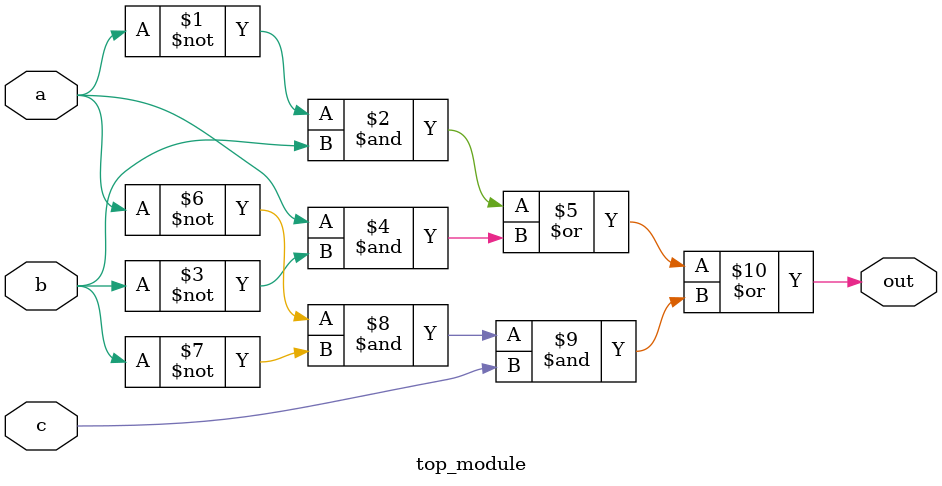
<source format=sv>
module top_module(
    input a, 
    input b,
    input c,
    output out
);

assign out = (~a & b) | (a & ~b) | (~a & ~b & c);

endmodule

</source>
